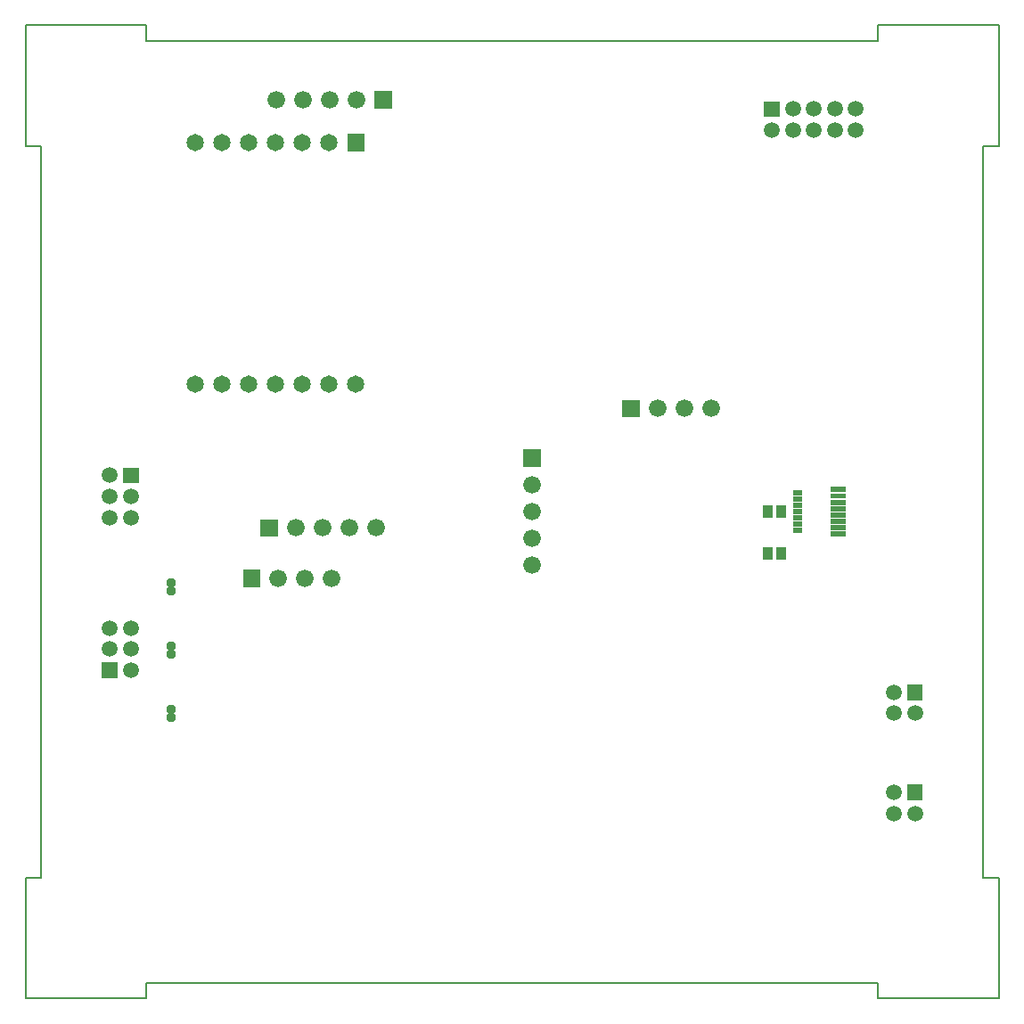
<source format=gbr>
G04 start of page 7 for group -4062 idx -4062 *
G04 Title: (unknown), soldermask *
G04 Creator: pcb 20140316 *
G04 CreationDate: Δευ 14 Μάρ 2016 08:13:14 μμ GMT UTC *
G04 For: mobintu *
G04 Format: Gerber/RS-274X *
G04 PCB-Dimensions (mm): 100.00 100.00 *
G04 PCB-Coordinate-Origin: lower left *
%MOMM*%
%FSLAX43Y43*%
%LNBOTTOMMASK*%
%ADD147R,0.500X0.500*%
%ADD146R,0.902X0.902*%
%ADD145C,1.653*%
%ADD144C,0.953*%
%ADD143C,1.676*%
%ADD142C,1.502*%
%ADD141C,0.002*%
%ADD140C,0.200*%
%ADD139C,0.200*%
G54D139*X3900Y84100D02*X5400D01*
X15400Y95600D02*Y94100D01*
X84900D01*
X3900Y84100D02*Y95600D01*
X15400D01*
X84900Y94100D02*Y95600D01*
X94900Y84100D02*Y14600D01*
Y84100D02*X96400D01*
G54D140*Y14600D02*X94900D01*
G54D139*X84900Y95600D02*X96400D01*
Y84100D01*
X5400Y14600D02*X3900D01*
X15400Y3100D02*Y4600D01*
X3900Y3100D02*X15400D01*
X3900D02*Y14600D01*
X5400Y84100D02*Y14600D01*
X15400Y4600D02*X84900D01*
Y3100D01*
X96400D01*
Y14600D01*
G54D141*G36*
X87649Y32951D02*Y31449D01*
X89151D01*
Y32951D01*
X87649D01*
G37*
G54D142*X86400Y32200D03*
X88400Y30200D03*
X86400D03*
G54D141*G36*
X87649Y23451D02*Y21949D01*
X89151D01*
Y23451D01*
X87649D01*
G37*
G54D142*X86400Y22700D03*
X88400Y20700D03*
X86400D03*
X74800Y85600D03*
G54D141*G36*
X74049Y88351D02*Y86849D01*
X75551D01*
Y88351D01*
X74049D01*
G37*
G54D142*X76800Y85600D03*
Y87600D03*
X78800Y85600D03*
Y87600D03*
X80800Y85600D03*
Y87600D03*
X82800Y85600D03*
Y87600D03*
G54D141*G36*
X24562Y43838D02*Y42162D01*
X26238D01*
Y43838D01*
X24562D01*
G37*
G54D143*X27940Y43000D03*
G54D141*G36*
X26202Y48638D02*Y46962D01*
X27878D01*
Y48638D01*
X26202D01*
G37*
G54D143*X33020Y43000D03*
X30480D03*
X29580Y47800D03*
X32120D03*
X34660D03*
X37200D03*
G54D144*X17700Y29800D03*
Y30600D03*
Y35800D03*
Y36600D03*
Y41800D03*
Y42600D03*
G54D141*G36*
X11149Y35051D02*Y33549D01*
X12651D01*
Y35051D01*
X11149D01*
G37*
G54D142*X13900Y34300D03*
X11900Y36300D03*
X13900D03*
X11900Y38300D03*
X13900D03*
G54D141*G36*
X13149Y53551D02*Y52049D01*
X14651D01*
Y53551D01*
X13149D01*
G37*
G54D142*X11900Y52800D03*
X13900Y50800D03*
X11900D03*
X13900Y48800D03*
X11900D03*
G54D141*G36*
X34474Y85226D02*Y83574D01*
X36126D01*
Y85226D01*
X34474D01*
G37*
G36*
X37082Y89338D02*Y87662D01*
X38758D01*
Y89338D01*
X37082D01*
G37*
G54D143*X35380Y88500D03*
G54D145*X32760Y84400D03*
G54D143*X32840Y88500D03*
G54D145*X30220Y84400D03*
G54D143*X30300Y88500D03*
X27760D03*
G54D145*X27680Y84400D03*
X25140D03*
X22600D03*
X20060D03*
Y61500D03*
X22600D03*
X25140D03*
X27680D03*
X30220D03*
X32760D03*
X35300D03*
G54D141*G36*
X60582Y59988D02*Y58312D01*
X62258D01*
Y59988D01*
X60582D01*
G37*
G36*
X51162Y55268D02*Y53592D01*
X52838D01*
Y55268D01*
X51162D01*
G37*
G54D143*X52000Y51890D03*
Y49350D03*
Y46810D03*
Y44270D03*
X63960Y59150D03*
X66500D03*
X69040D03*
G54D146*X74400Y49475D02*Y49225D01*
X75700Y45525D02*Y45275D01*
X74400Y45525D02*Y45275D01*
G54D147*X80625Y47250D02*X81575D01*
X80625Y47850D02*X81575D01*
X80625Y48450D02*X81575D01*
X80625Y49050D02*X81575D01*
X80625Y49650D02*X81575D01*
X80625Y50250D02*X81575D01*
X80625Y50850D02*X81575D01*
X80625Y51450D02*X81575D01*
G54D146*X75700Y49475D02*Y49225D01*
G54D147*X77075Y47550D02*X77425D01*
X77075Y48150D02*X77425D01*
X77075Y48750D02*X77425D01*
X77075Y49350D02*X77425D01*
X77075Y49950D02*X77425D01*
X77075Y50550D02*X77425D01*
X77075Y51150D02*X77425D01*
M02*

</source>
